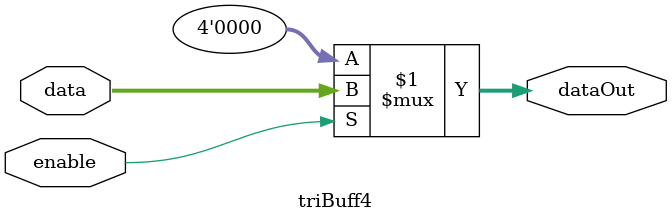
<source format=v>
module triBuff4(	// file.cleaned.mlir:2:3
  input  [3:0] data,	// file.cleaned.mlir:2:26
  input        enable,	// file.cleaned.mlir:2:41
  output [3:0] dataOut	// file.cleaned.mlir:2:59
);

  assign dataOut = enable ? data : 4'h0;	// file.cleaned.mlir:3:14, :4:10, :5:5
endmodule


</source>
